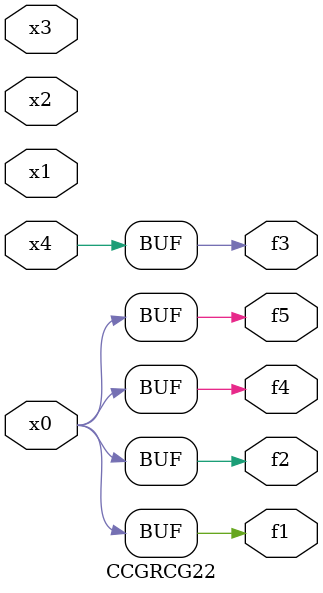
<source format=v>
module CCGRCG22(
	input x0, x1, x2, x3, x4,
	output f1, f2, f3, f4, f5
);
	assign f1 = x0;
	assign f2 = x0;
	assign f3 = x4;
	assign f4 = x0;
	assign f5 = x0;
endmodule

</source>
